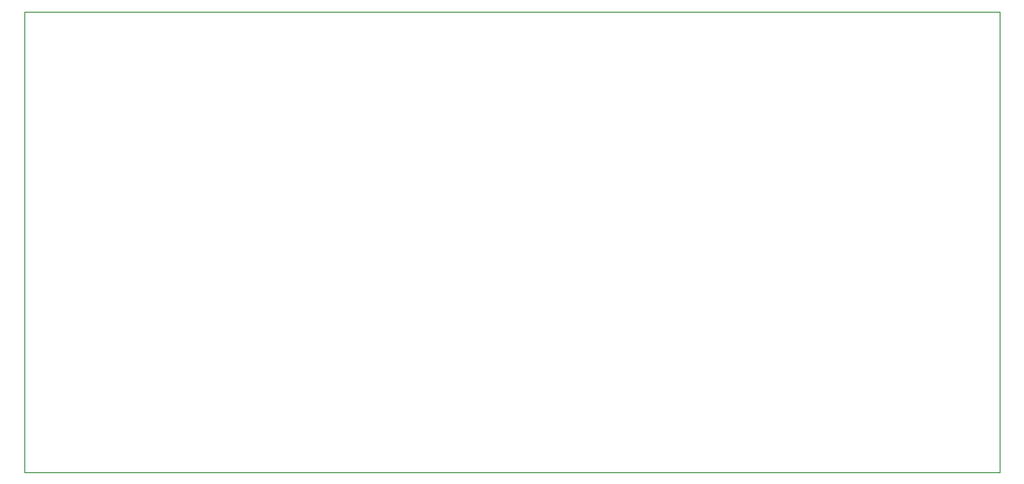
<source format=gbr>
G04 #@! TF.GenerationSoftware,KiCad,Pcbnew,(5.1.4)-1*
G04 #@! TF.CreationDate,2019-12-03T14:13:33-06:00*
G04 #@! TF.ProjectId,battery_pack,62617474-6572-4795-9f70-61636b2e6b69,rev?*
G04 #@! TF.SameCoordinates,Original*
G04 #@! TF.FileFunction,Profile,NP*
%FSLAX46Y46*%
G04 Gerber Fmt 4.6, Leading zero omitted, Abs format (unit mm)*
G04 Created by KiCad (PCBNEW (5.1.4)-1) date 2019-12-03 14:13:33*
%MOMM*%
%LPD*%
G04 APERTURE LIST*
%ADD10C,0.050000*%
G04 APERTURE END LIST*
D10*
X160020000Y-63500000D02*
X68580000Y-63500000D01*
X160020000Y-20320000D02*
X160020000Y-63500000D01*
X68580000Y-20320000D02*
X160020000Y-20320000D01*
X68580000Y-63500000D02*
X68580000Y-20320000D01*
M02*

</source>
